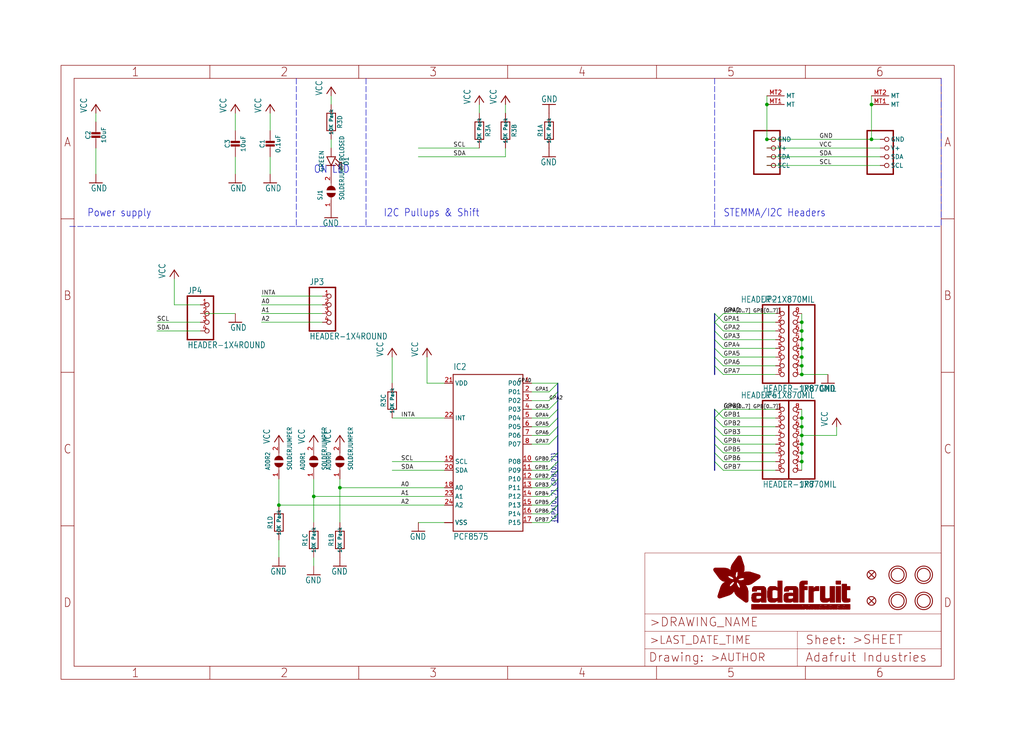
<source format=kicad_sch>
(kicad_sch (version 20211123) (generator eeschema)
  (paper "User" 298.45 217.881)
  (lib_symbols
    (symbol "eagleSchem-eagle-import:CAP_CERAMIC0603_NO"
      (property "Reference" "C" (at -2.29 1.25 90))
      (property "Value" "CAP_CERAMIC0603_NO" (at 2.3 1.25 90))
      (symbol "CAP_CERAMIC0603_NO_1_0"
        (pin passive line (at 0 5.08 270) (length 2.54) (name "1") (number "1"))
        (pin passive line (at 0 -2.54 90) (length 2.54) (name "2") (number "2"))
      )
    )
    (symbol "eagleSchem-eagle-import:CAP_CERAMIC0805-NOOUTLINE"
      (property "Reference" "C" (at -2.29 1.25 90))
      (property "Value" "CAP_CERAMIC0805-NOOUTLINE" (at 2.3 1.25 90))
      (symbol "CAP_CERAMIC0805-NOOUTLINE_1_0"
        (pin passive line (at 0 5.08 270) (length 2.54) (name "1") (number "1"))
        (pin passive line (at 0 -2.54 90) (length 2.54) (name "2") (number "2"))
      )
    )
    (symbol "eagleSchem-eagle-import:FIDUCIAL_1MM")
    (symbol "eagleSchem-eagle-import:FRAME_A4_ADAFRUIT"
      (symbol "FRAME_A4_ADAFRUIT_0_0"
        (text "1" (at 21.6958 1.905 0) (effects (font (size 2.54 2.286))))
        (text "1" (at 21.6958 177.165 0) (effects (font (size 2.54 2.286))))
        (text "2" (at 65.0875 1.905 0) (effects (font (size 2.54 2.286))))
        (text "2" (at 65.0875 177.165 0) (effects (font (size 2.54 2.286))))
        (text "3" (at 108.4792 1.905 0) (effects (font (size 2.54 2.286))))
        (text "3" (at 108.4792 177.165 0) (effects (font (size 2.54 2.286))))
        (text "4" (at 151.8708 1.905 0) (effects (font (size 2.54 2.286))))
        (text "4" (at 151.8708 177.165 0) (effects (font (size 2.54 2.286))))
        (text "5" (at 195.2625 1.905 0) (effects (font (size 2.54 2.286))))
        (text "5" (at 195.2625 177.165 0) (effects (font (size 2.54 2.286))))
        (text "6" (at 238.6542 1.905 0) (effects (font (size 2.54 2.286))))
        (text "6" (at 238.6542 177.165 0) (effects (font (size 2.54 2.286))))
        (text "A" (at 1.905 156.6863 0) (effects (font (size 2.54 2.286))))
        (text "A" (at 258.445 156.6863 0) (effects (font (size 2.54 2.286))))
        (text "B" (at 1.905 111.9188 0) (effects (font (size 2.54 2.286))))
        (text "B" (at 258.445 111.9188 0) (effects (font (size 2.54 2.286))))
        (text "C" (at 1.905 67.1513 0) (effects (font (size 2.54 2.286))))
        (text "C" (at 258.445 67.1513 0) (effects (font (size 2.54 2.286))))
        (text "D" (at 1.905 22.3838 0) (effects (font (size 2.54 2.286))))
        (text "D" (at 258.445 22.3838 0) (effects (font (size 2.54 2.286))))
      )
      (symbol "FRAME_A4_ADAFRUIT_1_0"
        (text ">AUTHOR" (at 189.23 5.08 0) (effects (font (size 2.286 2.286)) (justify left bottom)))
        (text ">DRAWING_NAME" (at 171.45 15.24 0) (effects (font (size 2.54 2.54)) (justify left bottom)))
        (text ">LAST_DATE_TIME" (at 171.45 10.16 0) (effects (font (size 2.286 2.286)) (justify left bottom)))
        (text ">SHEET" (at 230.505 10.16 0) (effects (font (size 2.54 2.54)) (justify left bottom)))
        (text "Adafruit Industries" (at 216.916 4.953 0) (effects (font (size 2.54 2.54)) (justify left bottom)))
        (text "Drawing:" (at 171.196 4.953 0) (effects (font (size 2.54 2.54)) (justify left bottom)))
        (text "Sheet:" (at 216.916 10.033 0) (effects (font (size 2.54 2.54)) (justify left bottom)))
      )
    )
    (symbol "eagleSchem-eagle-import:GND" (power)
      (property "Value" "GND" (at -2.54 -2.54 0))
      (symbol "GND_1_0"
        (pin power_in line (at 0 2.54 270) (length 2.54) (name "GND") (number "1"))
      )
    )
    (symbol "eagleSchem-eagle-import:HEADER-1X4ROUND"
      (property "Reference" "JP" (at -6.35 8.255 0))
      (property "Value" "HEADER-1X4ROUND" (at -6.35 -7.62 0))
      (symbol "HEADER-1X4ROUND_1_0"
        (pin passive inverted (at -2.54 5.08 0) (length 2.54) (name "1") (number "1"))
        (pin passive inverted (at -2.54 2.54 0) (length 2.54) (name "2") (number "2"))
        (pin passive inverted (at -2.54 0 0) (length 2.54) (name "3") (number "3"))
        (pin passive inverted (at -2.54 -2.54 0) (length 2.54) (name "4") (number "4"))
      )
    )
    (symbol "eagleSchem-eagle-import:HEADER-1X870MIL"
      (property "Reference" "JP" (at -6.35 13.335 0))
      (property "Value" "HEADER-1X870MIL" (at -6.35 -12.7 0))
      (symbol "HEADER-1X870MIL_1_0"
        (pin passive inverted (at -2.54 10.16 0) (length 2.54) (name "1") (number "1"))
        (pin passive inverted (at -2.54 7.62 0) (length 2.54) (name "2") (number "2"))
        (pin passive inverted (at -2.54 5.08 0) (length 2.54) (name "3") (number "3"))
        (pin passive inverted (at -2.54 2.54 0) (length 2.54) (name "4") (number "4"))
        (pin passive inverted (at -2.54 0 0) (length 2.54) (name "5") (number "5"))
        (pin passive inverted (at -2.54 -2.54 0) (length 2.54) (name "6") (number "6"))
        (pin passive inverted (at -2.54 -5.08 0) (length 2.54) (name "7") (number "7"))
        (pin passive inverted (at -2.54 -7.62 0) (length 2.54) (name "8") (number "8"))
      )
    )
    (symbol "eagleSchem-eagle-import:LED0603_NOOUTLINE"
      (property "Reference" "D" (at -1.27 4.445 0))
      (property "Value" "LED0603_NOOUTLINE" (at -1.27 -2.794 0))
      (symbol "LED0603_NOOUTLINE_1_0"
        (pin passive line (at -5.08 0 0) (length 2.54) (name "A") (number "A"))
        (pin passive line (at 2.54 0 180) (length 2.54) (name "C") (number "C"))
      )
    )
    (symbol "eagleSchem-eagle-import:MOUNTINGHOLE2.5")
    (symbol "eagleSchem-eagle-import:PCF8575"
      (property "Reference" "IC" (at -10.16 24.13 0))
      (property "Value" "PCF8575" (at -10.16 -25.4 0))
      (symbol "PCF8575_1_0"
        (pin bidirectional line (at 12.7 20.32 180) (length 2.54) (name "P00") (number "1"))
        (pin bidirectional line (at 12.7 -2.54 180) (length 2.54) (name "P08") (number "10"))
        (pin bidirectional line (at 12.7 -5.08 180) (length 2.54) (name "P09") (number "11"))
        (pin bidirectional line (at 12.7 -7.62 180) (length 2.54) (name "P10") (number "12"))
        (pin bidirectional line (at 12.7 -10.16 180) (length 2.54) (name "P11") (number "13"))
        (pin bidirectional line (at 12.7 -12.7 180) (length 2.54) (name "P12") (number "14"))
        (pin bidirectional line (at 12.7 -15.24 180) (length 2.54) (name "P13") (number "15"))
        (pin bidirectional line (at 12.7 -17.78 180) (length 2.54) (name "P14") (number "16"))
        (pin bidirectional line (at 12.7 -20.32 180) (length 2.54) (name "P15") (number "17"))
        (pin input line (at -12.7 -10.16 0) (length 2.54) (name "A0") (number "18"))
        (pin input line (at -12.7 -2.54 0) (length 2.54) (name "SCL") (number "19"))
        (pin bidirectional line (at 12.7 17.78 180) (length 2.54) (name "P01") (number "2"))
        (pin bidirectional line (at -12.7 -5.08 0) (length 2.54) (name "SDA") (number "20"))
        (pin power_in line (at -12.7 20.32 0) (length 2.54) (name "VDD") (number "21"))
        (pin output line (at -12.7 10.16 0) (length 2.54) (name "INT") (number "22"))
        (pin input line (at -12.7 -12.7 0) (length 2.54) (name "A1") (number "23"))
        (pin input line (at -12.7 -15.24 0) (length 2.54) (name "A2") (number "24"))
        (pin bidirectional line (at 12.7 15.24 180) (length 2.54) (name "P02") (number "3"))
        (pin bidirectional line (at 12.7 12.7 180) (length 2.54) (name "P03") (number "4"))
        (pin bidirectional line (at 12.7 10.16 180) (length 2.54) (name "P04") (number "5"))
        (pin bidirectional line (at 12.7 7.62 180) (length 2.54) (name "P05") (number "6"))
        (pin bidirectional line (at 12.7 5.08 180) (length 2.54) (name "P06") (number "7"))
        (pin bidirectional line (at 12.7 2.54 180) (length 2.54) (name "P07") (number "8"))
        (pin power_in line (at -12.7 -20.32 0) (length 2.54) (name "VSS") (number "9"))
        (pin power_in line (at -12.7 -20.32 0) (length 2.54) (name "VSS") (number "THERM"))
      )
    )
    (symbol "eagleSchem-eagle-import:RESISTOR_4PACK"
      (property "Reference" "R" (at 0 2.54 0))
      (property "Value" "RESISTOR_4PACK" (at 0 0 0))
      (symbol "RESISTOR_4PACK_1_0"
        (pin passive line (at -5.08 0 0) (length 2.54) (name "1") (number "1"))
        (pin passive line (at 5.08 0 180) (length 2.54) (name "2") (number "8"))
      )
      (symbol "RESISTOR_4PACK_2_0"
        (pin passive line (at -5.08 0 0) (length 2.54) (name "1") (number "2"))
        (pin passive line (at 5.08 0 180) (length 2.54) (name "2") (number "7"))
      )
      (symbol "RESISTOR_4PACK_3_0"
        (pin passive line (at -5.08 0 0) (length 2.54) (name "1") (number "3"))
        (pin passive line (at 5.08 0 180) (length 2.54) (name "2") (number "6"))
      )
      (symbol "RESISTOR_4PACK_4_0"
        (pin passive line (at -5.08 0 0) (length 2.54) (name "1") (number "4"))
        (pin passive line (at 5.08 0 180) (length 2.54) (name "2") (number "5"))
      )
    )
    (symbol "eagleSchem-eagle-import:SOLDERJUMPER"
      (property "Reference" "SJ" (at -2.54 2.54 0))
      (property "Value" "SOLDERJUMPER" (at -2.54 -3.81 0))
      (symbol "SOLDERJUMPER_1_0"
        (pin passive line (at -5.08 0 0) (length 2.54) (name "1") (number "1"))
        (pin passive line (at 5.08 0 180) (length 2.54) (name "2") (number "2"))
      )
    )
    (symbol "eagleSchem-eagle-import:SOLDERJUMPERCLOSED"
      (property "Reference" "SJ" (at -2.54 2.54 0))
      (property "Value" "SOLDERJUMPERCLOSED" (at -2.54 -3.81 0))
      (symbol "SOLDERJUMPERCLOSED_1_0"
        (pin passive line (at -5.08 0 0) (length 2.54) (name "1") (number "1"))
        (pin passive line (at 5.08 0 180) (length 2.54) (name "2") (number "2"))
      )
    )
    (symbol "eagleSchem-eagle-import:STEMMA_I2C_QT"
      (symbol "STEMMA_I2C_QT_1_0"
        (pin passive inverted (at 0 5.08 0) (length 2.54) (name "GND") (number "1"))
        (pin passive inverted (at 0 2.54 0) (length 2.54) (name "V+") (number "2"))
        (pin passive inverted (at 0 0 0) (length 2.54) (name "SDA") (number "3"))
        (pin passive inverted (at 0 -2.54 0) (length 2.54) (name "SCL") (number "4"))
      )
      (symbol "STEMMA_I2C_QT_2_0"
        (pin bidirectional line (at 0 0 0) (length 5.08) (name "MT") (number "MT1"))
      )
      (symbol "STEMMA_I2C_QT_3_0"
        (pin bidirectional line (at 0 0 0) (length 5.08) (name "MT") (number "MT2"))
      )
    )
    (symbol "eagleSchem-eagle-import:VCC" (power)
      (property "Value" "VCC" (at -2.54 -2.54 90))
      (symbol "VCC_1_0"
        (pin power_in line (at 0 -2.54 90) (length 2.54) (name "VCC") (number "1"))
      )
    )
  )
  (junction (at 233.68 106.68))
  (junction (at 233.68 124.46))
  (junction (at 254 30.48))
  (junction (at 233.68 101.6))
  (junction (at 223.52 30.48))
  (junction (at 81.28 147.32))
  (junction (at 233.68 129.54))
  (junction (at 223.52 40.64))
  (junction (at 233.68 96.52))
  (junction (at 233.68 127))
  (junction (at 233.68 93.98))
  (junction (at 233.68 132.08))
  (junction (at 233.68 104.14))
  (junction (at 233.68 109.22))
  (junction (at 233.68 121.92))
  (junction (at 233.68 99.06))
  (junction (at 91.44 144.78))
  (junction (at 233.68 134.62))
  (junction (at 254 40.64))
  (junction (at 99.06 142.24))
  (bus_entry (at 160.02 129.54) (size 2.54 -2.54))
  (bus_entry (at 210.82 129.54) (size -2.54 -2.54))
  (bus_entry (at 210.82 132.08) (size -2.54 -2.54))
  (bus_entry (at 210.82 104.14) (size -2.54 -2.54))
  (bus_entry (at 210.82 109.22) (size -2.54 -2.54))
  (bus_entry (at 210.82 93.98) (size -2.54 -2.54))
  (bus_entry (at 160.02 134.62) (size 2.54 -2.54))
  (bus_entry (at 210.82 96.52) (size -2.54 -2.54))
  (bus_entry (at 210.82 121.92) (size -2.54 -2.54))
  (bus_entry (at 160.02 124.46) (size 2.54 -2.54))
  (bus_entry (at 210.82 91.44) (size -2.54 2.54))
  (bus_entry (at 160.02 149.86) (size 2.54 -2.54))
  (bus_entry (at 210.82 106.68) (size -2.54 -2.54))
  (bus_entry (at 160.02 127) (size 2.54 -2.54))
  (bus_entry (at 160.02 144.78) (size 2.54 -2.54))
  (bus_entry (at 160.02 119.38) (size 2.54 -2.54))
  (bus_entry (at 160.02 114.3) (size 2.54 -2.54))
  (bus_entry (at 210.82 124.46) (size -2.54 -2.54))
  (bus_entry (at 160.02 121.92) (size 2.54 -2.54))
  (bus_entry (at 210.82 119.38) (size -2.54 2.54))
  (bus_entry (at 210.82 134.62) (size -2.54 -2.54))
  (bus_entry (at 210.82 99.06) (size -2.54 -2.54))
  (bus_entry (at 160.02 147.32) (size 2.54 -2.54))
  (bus_entry (at 210.82 127) (size -2.54 -2.54))
  (bus_entry (at 210.82 101.6) (size -2.54 -2.54))
  (bus_entry (at 210.82 137.16) (size -2.54 -2.54))
  (bus_entry (at 160.02 137.16) (size 2.54 -2.54))
  (bus_entry (at 160.02 152.4) (size 2.54 -2.54))
  (bus_entry (at 160.02 116.84) (size 2.54 -2.54))
  (bus_entry (at 160.02 142.24) (size 2.54 -2.54))
  (bus_entry (at 160.02 139.7) (size 2.54 -2.54))
  (wire (pts (xy 96.52 27.94) (xy 96.52 30.48)))
  (wire (pts (xy 154.94 121.92) (xy 160.02 121.92)))
  (bus (pts (xy 162.56 114.3) (xy 162.56 116.84)))
  (wire (pts (xy 223.52 27.94) (xy 223.52 30.48)))
  (polyline (pts (xy 106.68 66.04) (xy 208.28 66.04)))
  (bus (pts (xy 208.28 93.98) (xy 208.28 96.52)))
  (polyline (pts (xy 106.68 22.86) (xy 106.68 66.04)))
  (wire (pts (xy 27.94 33.02) (xy 27.94 35.56)))
  (wire (pts (xy 91.44 165.1) (xy 91.44 162.56)))
  (bus (pts (xy 208.28 132.08) (xy 208.28 134.62)))
  (wire (pts (xy 81.28 147.32) (xy 81.28 139.7)))
  (wire (pts (xy 78.74 45.72) (xy 78.74 50.8)))
  (wire (pts (xy 210.82 124.46) (xy 226.06 124.46)))
  (bus (pts (xy 208.28 119.38) (xy 208.28 121.92)))
  (wire (pts (xy 154.94 149.86) (xy 160.02 149.86)))
  (wire (pts (xy 58.42 93.98) (xy 45.72 93.98)))
  (wire (pts (xy 210.82 127) (xy 226.06 127)))
  (wire (pts (xy 96.52 43.18) (xy 96.52 40.64)))
  (bus (pts (xy 162.56 127) (xy 162.56 132.08)))
  (wire (pts (xy 68.58 33.02) (xy 68.58 38.1)))
  (bus (pts (xy 162.56 134.62) (xy 162.56 137.16)))
  (wire (pts (xy 129.54 144.78) (xy 91.44 144.78)))
  (bus (pts (xy 208.28 127) (xy 208.28 129.54)))
  (wire (pts (xy 154.94 134.62) (xy 160.02 134.62)))
  (wire (pts (xy 223.52 48.26) (xy 256.54 48.26)))
  (wire (pts (xy 27.94 50.8) (xy 27.94 43.18)))
  (wire (pts (xy 154.94 152.4) (xy 160.02 152.4)))
  (wire (pts (xy 223.52 43.18) (xy 256.54 43.18)))
  (wire (pts (xy 233.68 96.52) (xy 233.68 93.98)))
  (wire (pts (xy 99.06 142.24) (xy 99.06 139.7)))
  (wire (pts (xy 58.42 91.44) (xy 68.58 91.44)))
  (wire (pts (xy 210.82 101.6) (xy 226.06 101.6)))
  (bus (pts (xy 162.56 142.24) (xy 162.56 144.78)))
  (wire (pts (xy 210.82 132.08) (xy 226.06 132.08)))
  (wire (pts (xy 121.92 152.4) (xy 129.54 152.4)))
  (polyline (pts (xy 20.32 66.04) (xy 86.36 66.04)))
  (wire (pts (xy 233.68 121.92) (xy 233.68 124.46)))
  (wire (pts (xy 210.82 93.98) (xy 226.06 93.98)))
  (bus (pts (xy 208.28 91.44) (xy 208.28 93.98)))
  (wire (pts (xy 210.82 104.14) (xy 226.06 104.14)))
  (bus (pts (xy 208.28 99.06) (xy 208.28 101.6)))
  (wire (pts (xy 154.94 137.16) (xy 160.02 137.16)))
  (wire (pts (xy 91.44 144.78) (xy 91.44 152.4)))
  (wire (pts (xy 154.94 124.46) (xy 160.02 124.46)))
  (wire (pts (xy 154.94 129.54) (xy 160.02 129.54)))
  (bus (pts (xy 208.28 124.46) (xy 208.28 127)))
  (wire (pts (xy 226.06 96.52) (xy 210.82 96.52)))
  (wire (pts (xy 78.74 33.02) (xy 78.74 38.1)))
  (wire (pts (xy 124.46 111.76) (xy 124.46 104.14)))
  (wire (pts (xy 154.94 127) (xy 160.02 127)))
  (wire (pts (xy 114.3 104.14) (xy 114.3 111.76)))
  (wire (pts (xy 154.94 139.7) (xy 160.02 139.7)))
  (bus (pts (xy 162.56 132.08) (xy 162.56 134.62)))
  (wire (pts (xy 58.42 88.9) (xy 50.8 88.9)))
  (wire (pts (xy 129.54 121.92) (xy 114.3 121.92)))
  (wire (pts (xy 210.82 129.54) (xy 226.06 129.54)))
  (polyline (pts (xy 86.36 22.86) (xy 86.36 66.04)))
  (bus (pts (xy 162.56 124.46) (xy 162.56 127)))
  (wire (pts (xy 210.82 137.16) (xy 226.06 137.16)))
  (wire (pts (xy 99.06 152.4) (xy 99.06 142.24)))
  (wire (pts (xy 233.68 101.6) (xy 233.68 99.06)))
  (wire (pts (xy 147.32 43.18) (xy 147.32 45.72)))
  (bus (pts (xy 162.56 144.78) (xy 162.56 147.32)))
  (wire (pts (xy 93.98 88.9) (xy 76.2 88.9)))
  (wire (pts (xy 154.94 144.78) (xy 160.02 144.78)))
  (wire (pts (xy 210.82 134.62) (xy 226.06 134.62)))
  (wire (pts (xy 58.42 96.52) (xy 45.72 96.52)))
  (bus (pts (xy 162.56 111.76) (xy 162.56 114.3)))
  (bus (pts (xy 208.28 134.62) (xy 208.28 137.16)))
  (wire (pts (xy 233.68 99.06) (xy 233.68 96.52)))
  (wire (pts (xy 243.84 127) (xy 243.84 124.46)))
  (wire (pts (xy 256.54 45.72) (xy 223.52 45.72)))
  (wire (pts (xy 76.2 86.36) (xy 93.98 86.36)))
  (bus (pts (xy 162.56 139.7) (xy 162.56 142.24)))
  (wire (pts (xy 210.82 91.44) (xy 226.06 91.44)))
  (wire (pts (xy 254 27.94) (xy 254 30.48)))
  (wire (pts (xy 139.7 43.18) (xy 121.92 43.18)))
  (bus (pts (xy 208.28 101.6) (xy 208.28 104.14)))
  (wire (pts (xy 93.98 93.98) (xy 76.2 93.98)))
  (wire (pts (xy 154.94 114.3) (xy 160.02 114.3)))
  (bus (pts (xy 208.28 106.68) (xy 208.28 109.22)))
  (wire (pts (xy 129.54 147.32) (xy 81.28 147.32)))
  (wire (pts (xy 233.68 124.46) (xy 233.68 127)))
  (wire (pts (xy 210.82 119.38) (xy 226.06 119.38)))
  (wire (pts (xy 154.94 119.38) (xy 160.02 119.38)))
  (wire (pts (xy 233.68 134.62) (xy 233.68 137.16)))
  (wire (pts (xy 241.3 109.22) (xy 233.68 109.22)))
  (wire (pts (xy 139.7 30.48) (xy 139.7 33.02)))
  (wire (pts (xy 50.8 88.9) (xy 50.8 81.28)))
  (wire (pts (xy 81.28 162.56) (xy 81.28 157.48)))
  (wire (pts (xy 154.94 142.24) (xy 160.02 142.24)))
  (polyline (pts (xy 274.32 22.86) (xy 274.32 66.04)))
  (wire (pts (xy 210.82 99.06) (xy 226.06 99.06)))
  (wire (pts (xy 147.32 33.02) (xy 147.32 30.48)))
  (wire (pts (xy 233.68 104.14) (xy 233.68 101.6)))
  (wire (pts (xy 210.82 109.22) (xy 226.06 109.22)))
  (wire (pts (xy 233.68 106.68) (xy 233.68 104.14)))
  (wire (pts (xy 160.02 116.84) (xy 154.94 116.84)))
  (wire (pts (xy 233.68 132.08) (xy 233.68 134.62)))
  (polyline (pts (xy 86.36 66.04) (xy 106.68 66.04)))
  (wire (pts (xy 210.82 121.92) (xy 226.06 121.92)))
  (polyline (pts (xy 208.28 66.04) (xy 274.32 66.04)))
  (bus (pts (xy 208.28 104.14) (xy 208.28 106.68)))
  (bus (pts (xy 208.28 129.54) (xy 208.28 132.08)))
  (wire (pts (xy 256.54 40.64) (xy 254 40.64)))
  (wire (pts (xy 233.68 129.54) (xy 233.68 132.08)))
  (wire (pts (xy 254 40.64) (xy 223.52 40.64)))
  (wire (pts (xy 114.3 137.16) (xy 129.54 137.16)))
  (wire (pts (xy 233.68 109.22) (xy 233.68 106.68)))
  (wire (pts (xy 223.52 30.48) (xy 223.52 40.64)))
  (wire (pts (xy 233.68 127) (xy 233.68 129.54)))
  (bus (pts (xy 162.56 119.38) (xy 162.56 121.92)))
  (wire (pts (xy 233.68 119.38) (xy 233.68 121.92)))
  (wire (pts (xy 210.82 106.68) (xy 226.06 106.68)))
  (wire (pts (xy 129.54 134.62) (xy 114.3 134.62)))
  (wire (pts (xy 91.44 139.7) (xy 91.44 144.78)))
  (bus (pts (xy 162.56 116.84) (xy 162.56 119.38)))
  (bus (pts (xy 162.56 149.86) (xy 162.56 152.4)))
  (wire (pts (xy 154.94 111.76) (xy 162.56 111.76)))
  (wire (pts (xy 129.54 111.76) (xy 124.46 111.76)))
  (wire (pts (xy 129.54 142.24) (xy 99.06 142.24)))
  (bus (pts (xy 162.56 147.32) (xy 162.56 149.86)))
  (wire (pts (xy 254 30.48) (xy 254 40.64)))
  (bus (pts (xy 162.56 121.92) (xy 162.56 124.46)))
  (wire (pts (xy 233.68 127) (xy 243.84 127)))
  (wire (pts (xy 147.32 45.72) (xy 121.92 45.72)))
  (wire (pts (xy 154.94 147.32) (xy 160.02 147.32)))
  (bus (pts (xy 208.28 121.92) (xy 208.28 124.46)))
  (wire (pts (xy 233.68 93.98) (xy 233.68 91.44)))
  (wire (pts (xy 76.2 91.44) (xy 93.98 91.44)))
  (bus (pts (xy 208.28 96.52) (xy 208.28 99.06)))
  (polyline (pts (xy 208.28 22.86) (xy 208.28 66.04)))
  (wire (pts (xy 68.58 45.72) (xy 68.58 50.8)))
  (bus (pts (xy 162.56 137.16) (xy 162.56 139.7)))
  (text "Power supply" (at 25.4 63.5 180) (effects (font (size 2.1844 1.8567)) (justify left bottom)))
  (text "I2C Pullups & Shift" (at 111.76 63.5 180) (effects (font (size 2.1844 1.8567)) (justify left bottom)))
  (text "STEMMA/I2C Headers" (at 210.82 63.5 180) (effects (font (size 2.1844 1.8567)) (justify left bottom)))
  (text "ON LED" (at 91.44 50.8 180) (effects (font (size 2.1844 1.8567)) (justify left bottom)))
  (label "A1" (at 116.84 144.78 0) (effects (font (size 1.2446 1.2446))))
  (label "SDA" (at 132.08 45.72 0) (effects (font (size 1.2446 1.2446))))
  (label "GPA5" (at 160.02 124.46 180) (effects (font (size 1.016 1.016))))
  (label "VCC" (at 238.76 43.18 0) (effects (font (size 1.2446 1.2446))))
  (label "{GPA[0..7] GPB[0..7]}" (at 210.82 119.38 0) (effects (font (size 1.016 1.016))))
  (label "GPB2" (at 210.82 124.46 0) (effects (font (size 1.2446 1.2446))))
  (label "GPA1" (at 160.02 114.3 180) (effects (font (size 1.016 1.016))))
  (label "GPB0" (at 160.02 134.62 180) (effects (font (size 1.016 1.016))))
  (label "GPB6" (at 210.82 134.62 0) (effects (font (size 1.2446 1.2446))))
  (label "GPA1" (at 210.82 93.98 0) (effects (font (size 1.2446 1.2446))))
  (label "SDA" (at 238.76 45.72 0) (effects (font (size 1.2446 1.2446))))
  (label "GPB5" (at 160.02 147.32 180) (effects (font (size 1.016 1.016))))
  (label "GPA4" (at 160.02 121.92 180) (effects (font (size 1.016 1.016))))
  (label "GND" (at 238.76 40.64 0) (effects (font (size 1.2446 1.2446))))
  (label "SDA" (at 45.72 96.52 0) (effects (font (size 1.2446 1.2446))))
  (label "GPB1" (at 210.82 121.92 0) (effects (font (size 1.2446 1.2446))))
  (label "GPA5" (at 210.82 104.14 0) (effects (font (size 1.2446 1.2446))))
  (label "INTA" (at 116.84 121.92 0) (effects (font (size 1.2446 1.2446))))
  (label "GPB0" (at 210.82 119.38 0) (effects (font (size 1.2446 1.2446))))
  (label "GPB7" (at 160.02 152.4 180) (effects (font (size 1.016 1.016))))
  (label "GPB4" (at 160.02 144.78 180) (effects (font (size 1.016 1.016))))
  (label "SCL" (at 132.08 43.18 0) (effects (font (size 1.2446 1.2446))))
  (label "GPA3" (at 160.02 119.38 180) (effects (font (size 1.016 1.016))))
  (label "GPA4" (at 210.82 101.6 0) (effects (font (size 1.2446 1.2446))))
  (label "GPA3" (at 210.82 99.06 0) (effects (font (size 1.2446 1.2446))))
  (label "GPA2" (at 210.82 96.52 0) (effects (font (size 1.2446 1.2446))))
  (label "GPB2" (at 160.02 139.7 180) (effects (font (size 1.016 1.016))))
  (label "SCL" (at 238.76 48.26 0) (effects (font (size 1.2446 1.2446))))
  (label "A2" (at 116.84 147.32 0) (effects (font (size 1.2446 1.2446))))
  (label "A0" (at 76.2 88.9 0) (effects (font (size 1.2446 1.2446))))
  (label "GPA6" (at 210.82 106.68 0) (effects (font (size 1.2446 1.2446))))
  (label "INTA" (at 76.2 86.36 0) (effects (font (size 1.2446 1.2446))))
  (label "GPB3" (at 210.82 127 0) (effects (font (size 1.2446 1.2446))))
  (label "GPB3" (at 160.02 142.24 180) (effects (font (size 1.016 1.016))))
  (label "GPA0" (at 154.94 111.76 180) (effects (font (size 1.016 1.016))))
  (label "GPB6" (at 160.02 149.86 180) (effects (font (size 1.016 1.016))))
  (label "GPA7" (at 210.82 109.22 0) (effects (font (size 1.2446 1.2446))))
  (label "GPA7" (at 160.02 129.54 180) (effects (font (size 1.016 1.016))))
  (label "SDA" (at 116.84 137.16 0) (effects (font (size 1.2446 1.2446))))
  (label "GPB7" (at 210.82 137.16 0) (effects (font (size 1.2446 1.2446))))
  (label "GPB4" (at 210.82 129.54 0) (effects (font (size 1.2446 1.2446))))
  (label "A2" (at 76.2 93.98 0) (effects (font (size 1.2446 1.2446))))
  (label "GPA2" (at 160.02 116.84 0) (effects (font (size 1.016 1.016))))
  (label "SCL" (at 116.84 134.62 0) (effects (font (size 1.2446 1.2446))))
  (label "GPA0" (at 210.82 91.44 0) (effects (font (size 1.2446 1.2446))))
  (label "A0" (at 116.84 142.24 0) (effects (font (size 1.2446 1.2446))))
  (label "GPA6" (at 160.02 127 180) (effects (font (size 1.016 1.016))))
  (label "GPB1" (at 160.02 137.16 180) (effects (font (size 1.016 1.016))))
  (label "{GPA[0..7] GPB[0..7]}" (at 162.56 152.4 90) (effects (font (size 1.2446 1.2446))))
  (label "{GPA[0..7] GPB[0..7]}" (at 210.82 91.44 0) (effects (font (size 1.016 1.016))))
  (label "A1" (at 76.2 91.44 0) (effects (font (size 1.2446 1.2446))))
  (label "GPB5" (at 210.82 132.08 0) (effects (font (size 1.2446 1.2446))))
  (label "SCL" (at 45.72 93.98 0) (effects (font (size 1.2446 1.2446))))
  (symbol (lib_id "eagleSchem-eagle-import:GND") (at 121.92 154.94 0) (unit 1)
    (property "Reference" "#GND3" (effects hide))
    (property "Value" "GND" (at 119.38 157.48 0) (effects (font (size 1.778 1.5113)) (justify left bottom)))
    (property "Footprint" "eagleSchem:" (effects hide))
  )
  (symbol (lib_id "eagleSchem-eagle-import:VCC") (at 243.84 121.92 0) (unit 1)
    (property "Reference" "#P+10" (effects hide))
    (property "Value" "VCC" (at 241.3 124.46 90) (effects (font (size 1.778 1.5113)) (justify left bottom)))
    (property "Footprint" "eagleSchem:" (effects hide))
  )
  (symbol (lib_id "eagleSchem-eagle-import:STEMMA_I2C_QT") (at 223.52 45.72 0) (unit 1)
    (property "Reference" "CONN3" (effects hide))
    (property "Value" "STEMMA_I2C_QT" (effects hide))
    (property "Footprint" "eagleSchem:JST_SH4" (effects hide))
  )
  (symbol (lib_id "eagleSchem-eagle-import:VCC") (at 81.28 127 0) (unit 1)
    (property "Reference" "#P+13" (effects hide))
    (property "Value" "VCC" (at 78.74 129.54 90) (effects (font (size 1.778 1.5113)) (justify left bottom)))
    (property "Footprint" "eagleSchem:" (effects hide))
  )
  (symbol (lib_id "eagleSchem-eagle-import:CAP_CERAMIC0805-NOOUTLINE") (at 68.58 43.18 0) (unit 1)
    (property "Reference" "C3" (at 66.29 41.93 90))
    (property "Value" "10uF" (at 70.88 41.93 90))
    (property "Footprint" "eagleSchem:0805-NO" (effects hide))
  )
  (symbol (lib_id "eagleSchem-eagle-import:VCC") (at 114.3 101.6 0) (unit 1)
    (property "Reference" "#P+9" (effects hide))
    (property "Value" "VCC" (at 111.76 104.14 90) (effects (font (size 1.778 1.5113)) (justify left bottom)))
    (property "Footprint" "eagleSchem:" (effects hide))
  )
  (symbol (lib_id "eagleSchem-eagle-import:GND") (at 241.3 111.76 0) (unit 1)
    (property "Reference" "#GND9" (effects hide))
    (property "Value" "GND" (at 238.76 114.3 0) (effects (font (size 1.778 1.5113)) (justify left bottom)))
    (property "Footprint" "eagleSchem:" (effects hide))
  )
  (symbol (lib_id "eagleSchem-eagle-import:FIDUCIAL_1MM") (at 254 175.26 0) (unit 1)
    (property "Reference" "FID3" (effects hide))
    (property "Value" "FIDUCIAL_1MM" (effects hide))
    (property "Footprint" "eagleSchem:FIDUCIAL_1MM" (effects hide))
  )
  (symbol (lib_id "eagleSchem-eagle-import:MOUNTINGHOLE2.5") (at 261.62 175.26 0) (unit 1)
    (property "Reference" "U$1" (effects hide))
    (property "Value" "MOUNTINGHOLE2.5" (effects hide))
    (property "Footprint" "eagleSchem:MOUNTINGHOLE_2.5_PLATED" (effects hide))
  )
  (symbol (lib_id "eagleSchem-eagle-import:GND") (at 96.52 63.5 0) (unit 1)
    (property "Reference" "#GND6" (effects hide))
    (property "Value" "GND" (at 93.98 66.04 0) (effects (font (size 1.778 1.5113)) (justify left bottom)))
    (property "Footprint" "eagleSchem:" (effects hide))
  )
  (symbol (lib_id "eagleSchem-eagle-import:RESISTOR_4PACK") (at 114.3 116.84 90) (unit 3)
    (property "Reference" "R3" (at 111.76 116.84 0))
    (property "Value" "10K Pack" (at 114.3 116.84 0) (effects (font (size 1.016 1.016) bold)))
    (property "Footprint" "eagleSchem:RESPACK_4X0603" (effects hide))
  )
  (symbol (lib_id "eagleSchem-eagle-import:SOLDERJUMPER") (at 91.44 134.62 90) (unit 1)
    (property "Reference" "ADDR1" (at 88.9 137.16 0) (effects (font (size 1.27 1.0795)) (justify left bottom)))
    (property "Value" "SOLDERJUMPER" (at 95.25 137.16 0) (effects (font (size 1.27 1.0795)) (justify left bottom)))
    (property "Footprint" "eagleSchem:SOLDERJUMPER_ARROW_NOPASTE" (effects hide))
  )
  (symbol (lib_id "eagleSchem-eagle-import:RESISTOR_4PACK") (at 99.06 157.48 90) (unit 2)
    (property "Reference" "R1" (at 96.52 157.48 0))
    (property "Value" "10K Pack" (at 99.06 157.48 0) (effects (font (size 1.016 1.016) bold)))
    (property "Footprint" "eagleSchem:RESPACK_4X0603" (effects hide))
  )
  (symbol (lib_id "eagleSchem-eagle-import:STEMMA_I2C_QT") (at 223.52 30.48 0) (unit 2)
    (property "Reference" "CONN3" (effects hide))
    (property "Value" "STEMMA_I2C_QT" (effects hide))
    (property "Footprint" "eagleSchem:JST_SH4" (effects hide))
  )
  (symbol (lib_id "eagleSchem-eagle-import:VCC") (at 139.7 27.94 0) (unit 1)
    (property "Reference" "#P+1" (effects hide))
    (property "Value" "VCC" (at 137.16 30.48 90) (effects (font (size 1.778 1.5113)) (justify left bottom)))
    (property "Footprint" "eagleSchem:" (effects hide))
  )
  (symbol (lib_id "eagleSchem-eagle-import:RESISTOR_4PACK") (at 160.02 38.1 90) (unit 1)
    (property "Reference" "R1" (at 157.48 38.1 0))
    (property "Value" "10K Pack" (at 160.02 38.1 0) (effects (font (size 1.016 1.016) bold)))
    (property "Footprint" "eagleSchem:RESPACK_4X0603" (effects hide))
  )
  (symbol (lib_id "eagleSchem-eagle-import:VCC") (at 68.58 30.48 0) (unit 1)
    (property "Reference" "#P+5" (effects hide))
    (property "Value" "VCC" (at 66.04 33.02 90) (effects (font (size 1.778 1.5113)) (justify left bottom)))
    (property "Footprint" "eagleSchem:" (effects hide))
  )
  (symbol (lib_id "eagleSchem-eagle-import:GND") (at 68.58 53.34 0) (unit 1)
    (property "Reference" "#U$5" (effects hide))
    (property "Value" "GND" (at 67.056 55.88 0) (effects (font (size 1.778 1.5113)) (justify left bottom)))
    (property "Footprint" "eagleSchem:" (effects hide))
  )
  (symbol (lib_id "eagleSchem-eagle-import:STEMMA_I2C_QT") (at 223.52 27.94 0) (unit 3)
    (property "Reference" "CONN3" (effects hide))
    (property "Value" "STEMMA_I2C_QT" (effects hide))
    (property "Footprint" "eagleSchem:JST_SH4" (effects hide))
  )
  (symbol (lib_id "eagleSchem-eagle-import:HEADER-1X870MIL") (at 228.6 101.6 0) (unit 1)
    (property "Reference" "JP2" (at 222.25 88.265 0) (effects (font (size 1.778 1.5113)) (justify left bottom)))
    (property "Value" "HEADER-1X870MIL" (at 222.25 114.3 0) (effects (font (size 1.778 1.5113)) (justify left bottom)))
    (property "Footprint" "eagleSchem:1X08_ROUND_70" (effects hide))
  )
  (symbol (lib_id "eagleSchem-eagle-import:VCC") (at 99.06 127 0) (unit 1)
    (property "Reference" "#P+11" (effects hide))
    (property "Value" "VCC" (at 96.52 129.54 90) (effects (font (size 1.778 1.5113)) (justify left bottom)))
    (property "Footprint" "eagleSchem:" (effects hide))
  )
  (symbol (lib_id "eagleSchem-eagle-import:RESISTOR_4PACK") (at 91.44 157.48 90) (unit 3)
    (property "Reference" "R1" (at 88.9 157.48 0))
    (property "Value" "10K Pack" (at 91.44 157.48 0) (effects (font (size 1.016 1.016) bold)))
    (property "Footprint" "eagleSchem:RESPACK_4X0603" (effects hide))
  )
  (symbol (lib_id "eagleSchem-eagle-import:GND") (at 160.02 30.48 180) (unit 1)
    (property "Reference" "#GND5" (effects hide))
    (property "Value" "GND" (at 162.56 27.94 0) (effects (font (size 1.778 1.5113)) (justify left bottom)))
    (property "Footprint" "eagleSchem:" (effects hide))
  )
  (symbol (lib_id "eagleSchem-eagle-import:VCC") (at 50.8 78.74 0) (unit 1)
    (property "Reference" "#P+4" (effects hide))
    (property "Value" "VCC" (at 48.26 81.28 90) (effects (font (size 1.778 1.5113)) (justify left bottom)))
    (property "Footprint" "eagleSchem:" (effects hide))
  )
  (symbol (lib_id "eagleSchem-eagle-import:HEADER-1X870MIL") (at 231.14 127 180) (unit 1)
    (property "Reference" "JP7" (at 237.49 140.335 0) (effects (font (size 1.778 1.5113)) (justify left bottom)))
    (property "Value" "HEADER-1X870MIL" (at 237.49 114.3 0) (effects (font (size 1.778 1.5113)) (justify left bottom)))
    (property "Footprint" "eagleSchem:1X08_ROUND_70" (effects hide))
  )
  (symbol (lib_id "eagleSchem-eagle-import:GND") (at 27.94 53.34 0) (unit 1)
    (property "Reference" "#U$13" (effects hide))
    (property "Value" "GND" (at 26.416 55.88 0) (effects (font (size 1.778 1.5113)) (justify left bottom)))
    (property "Footprint" "eagleSchem:" (effects hide))
  )
  (symbol (lib_id "eagleSchem-eagle-import:RESISTOR_4PACK") (at 81.28 152.4 90) (unit 4)
    (property "Reference" "R1" (at 78.74 152.4 0))
    (property "Value" "10K Pack" (at 81.28 152.4 0) (effects (font (size 1.016 1.016) bold)))
    (property "Footprint" "eagleSchem:RESPACK_4X0603" (effects hide))
  )
  (symbol (lib_id "eagleSchem-eagle-import:RESISTOR_4PACK") (at 139.7 38.1 270) (unit 1)
    (property "Reference" "R3" (at 142.24 38.1 0))
    (property "Value" "10K Pack" (at 139.7 38.1 0) (effects (font (size 1.016 1.016) bold)))
    (property "Footprint" "eagleSchem:RESPACK_4X0603" (effects hide))
  )
  (symbol (lib_id "eagleSchem-eagle-import:VCC") (at 27.94 30.48 0) (unit 1)
    (property "Reference" "#P+3" (effects hide))
    (property "Value" "VCC" (at 25.4 33.02 90) (effects (font (size 1.778 1.5113)) (justify left bottom)))
    (property "Footprint" "eagleSchem:" (effects hide))
  )
  (symbol (lib_id "eagleSchem-eagle-import:HEADER-1X870MIL") (at 228.6 129.54 0) (unit 1)
    (property "Reference" "JP6" (at 222.25 116.205 0) (effects (font (size 1.778 1.5113)) (justify left bottom)))
    (property "Value" "HEADER-1X870MIL" (at 222.25 142.24 0) (effects (font (size 1.778 1.5113)) (justify left bottom)))
    (property "Footprint" "eagleSchem:1X08_ROUND_70" (effects hide))
  )
  (symbol (lib_id "eagleSchem-eagle-import:VCC") (at 91.44 127 0) (unit 1)
    (property "Reference" "#P+12" (effects hide))
    (property "Value" "VCC" (at 88.9 129.54 90) (effects (font (size 1.778 1.5113)) (justify left bottom)))
    (property "Footprint" "eagleSchem:" (effects hide))
  )
  (symbol (lib_id "eagleSchem-eagle-import:MOUNTINGHOLE2.5") (at 261.62 167.64 0) (unit 1)
    (property "Reference" "U$17" (effects hide))
    (property "Value" "MOUNTINGHOLE2.5" (effects hide))
    (property "Footprint" "eagleSchem:MOUNTINGHOLE_2.5_PLATED" (effects hide))
  )
  (symbol (lib_id "eagleSchem-eagle-import:GND") (at 78.74 53.34 0) (unit 1)
    (property "Reference" "#U$6" (effects hide))
    (property "Value" "GND" (at 77.216 55.88 0) (effects (font (size 1.778 1.5113)) (justify left bottom)))
    (property "Footprint" "eagleSchem:" (effects hide))
  )
  (symbol (lib_id "eagleSchem-eagle-import:MOUNTINGHOLE2.5") (at 269.24 167.64 0) (unit 1)
    (property "Reference" "U$19" (effects hide))
    (property "Value" "MOUNTINGHOLE2.5" (effects hide))
    (property "Footprint" "eagleSchem:MOUNTINGHOLE_2.5_PLATED" (effects hide))
  )
  (symbol (lib_id "eagleSchem-eagle-import:FIDUCIAL_1MM") (at 254 167.64 0) (unit 1)
    (property "Reference" "FID4" (effects hide))
    (property "Value" "FIDUCIAL_1MM" (effects hide))
    (property "Footprint" "eagleSchem:FIDUCIAL_1MM" (effects hide))
  )
  (symbol (lib_id "eagleSchem-eagle-import:STEMMA_I2C_QT") (at 254 27.94 0) (unit 3)
    (property "Reference" "CONN4" (effects hide))
    (property "Value" "STEMMA_I2C_QT" (effects hide))
    (property "Footprint" "eagleSchem:JST_SH4" (effects hide))
  )
  (symbol (lib_id "eagleSchem-eagle-import:RESISTOR_4PACK") (at 147.32 38.1 270) (unit 2)
    (property "Reference" "R3" (at 149.86 38.1 0))
    (property "Value" "10K Pack" (at 147.32 38.1 0) (effects (font (size 1.016 1.016) bold)))
    (property "Footprint" "eagleSchem:RESPACK_4X0603" (effects hide))
  )
  (symbol (lib_id "eagleSchem-eagle-import:GND") (at 160.02 45.72 0) (unit 1)
    (property "Reference" "#GND2" (effects hide))
    (property "Value" "GND" (at 157.48 48.26 0) (effects (font (size 1.778 1.5113)) (justify left bottom)))
    (property "Footprint" "eagleSchem:" (effects hide))
  )
  (symbol (lib_id "eagleSchem-eagle-import:HEADER-1X870MIL") (at 231.14 99.06 180) (unit 1)
    (property "Reference" "JP8" (at 237.49 112.395 0) (effects (font (size 1.778 1.5113)) (justify left bottom)))
    (property "Value" "HEADER-1X870MIL" (at 237.49 86.36 0) (effects (font (size 1.778 1.5113)) (justify left bottom)))
    (property "Footprint" "eagleSchem:1X08_ROUND_70" (effects hide))
  )
  (symbol (lib_id "eagleSchem-eagle-import:FRAME_A4_ADAFRUIT") (at 17.78 198.12 0) (unit 1)
    (property "Reference" "#U$18" (effects hide))
    (property "Value" "FRAME_A4_ADAFRUIT" (effects hide))
    (property "Footprint" "eagleSchem:" (effects hide))
  )
  (symbol (lib_id "eagleSchem-eagle-import:GND") (at 99.06 165.1 0) (unit 1)
    (property "Reference" "#GND7" (effects hide))
    (property "Value" "GND" (at 96.52 167.64 0) (effects (font (size 1.778 1.5113)) (justify left bottom)))
    (property "Footprint" "eagleSchem:" (effects hide))
  )
  (symbol (lib_id "eagleSchem-eagle-import:LED0603_NOOUTLINE") (at 96.52 48.26 270) (unit 1)
    (property "Reference" "D1" (at 100.965 46.99 0))
    (property "Value" "GREEN" (at 93.726 46.99 0))
    (property "Footprint" "eagleSchem:CHIPLED_0603_NOOUTLINE" (effects hide))
  )
  (symbol (lib_id "eagleSchem-eagle-import:STEMMA_I2C_QT") (at 254 30.48 0) (unit 2)
    (property "Reference" "CONN4" (effects hide))
    (property "Value" "STEMMA_I2C_QT" (effects hide))
    (property "Footprint" "eagleSchem:JST_SH4" (effects hide))
  )
  (symbol (lib_id "eagleSchem-eagle-import:CAP_CERAMIC0805-NOOUTLINE") (at 27.94 40.64 0) (unit 1)
    (property "Reference" "C2" (at 25.65 39.39 90))
    (property "Value" "10uF" (at 30.24 39.39 90))
    (property "Footprint" "eagleSchem:0805-NO" (effects hide))
  )
  (symbol (lib_id "eagleSchem-eagle-import:VCC") (at 147.32 27.94 0) (unit 1)
    (property "Reference" "#P+2" (effects hide))
    (property "Value" "VCC" (at 144.78 30.48 90) (effects (font (size 1.778 1.5113)) (justify left bottom)))
    (property "Footprint" "eagleSchem:" (effects hide))
  )
  (symbol (lib_id "eagleSchem-eagle-import:RESISTOR_4PACK") (at 96.52 35.56 270) (unit 4)
    (property "Reference" "R3" (at 99.06 35.56 0))
    (property "Value" "10K Pack" (at 96.52 35.56 0) (effects (font (size 1.016 1.016) bold)))
    (property "Footprint" "eagleSchem:RESPACK_4X0603" (effects hide))
  )
  (symbol (lib_id "eagleSchem-eagle-import:MOUNTINGHOLE2.5") (at 269.24 175.26 0) (unit 1)
    (property "Reference" "U$21" (effects hide))
    (property "Value" "MOUNTINGHOLE2.5" (effects hide))
    (property "Footprint" "eagleSchem:MOUNTINGHOLE_2.5_PLATED" (effects hide))
  )
  (symbol (lib_id "eagleSchem-eagle-import:GND") (at 81.28 165.1 0) (unit 1)
    (property "Reference" "#GND4" (effects hide))
    (property "Value" "GND" (at 78.74 167.64 0) (effects (font (size 1.778 1.5113)) (justify left bottom)))
    (property "Footprint" "eagleSchem:" (effects hide))
  )
  (symbol (lib_id "eagleSchem-eagle-import:GND") (at 91.44 167.64 0) (unit 1)
    (property "Reference" "#GND1" (effects hide))
    (property "Value" "GND" (at 88.9 170.18 0) (effects (font (size 1.778 1.5113)) (justify left bottom)))
    (property "Footprint" "eagleSchem:" (effects hide))
  )
  (symbol (lib_id "eagleSchem-eagle-import:SOLDERJUMPER") (at 99.06 134.62 90) (unit 1)
    (property "Reference" "ADDR0" (at 96.52 137.16 0) (effects (font (size 1.27 1.0795)) (justify left bottom)))
    (property "Value" "SOLDERJUMPER" (at 102.87 137.16 0) (effects (font (size 1.27 1.0795)) (justify left bottom)))
    (property "Footprint" "eagleSchem:SOLDERJUMPER_ARROW_NOPASTE" (effects hide))
  )
  (symbol (lib_id "eagleSchem-eagle-import:GND") (at 68.58 93.98 0) (unit 1)
    (property "Reference" "#U$10" (effects hide))
    (property "Value" "GND" (at 67.056 96.52 0) (effects (font (size 1.778 1.5113)) (justify left bottom)))
    (property "Footprint" "eagleSchem:" (effects hide))
  )
  (symbol (lib_id "eagleSchem-eagle-import:VCC") (at 96.52 25.4 0) (unit 1)
    (property "Reference" "#P+7" (effects hide))
    (property "Value" "VCC" (at 93.98 27.94 90) (effects (font (size 1.778 1.5113)) (justify left bottom)))
    (property "Footprint" "eagleSchem:" (effects hide))
  )
  (symbol (lib_id "eagleSchem-eagle-import:HEADER-1X4ROUND") (at 60.96 93.98 0) (unit 1)
    (property "Reference" "JP4" (at 54.61 85.725 0) (effects (font (size 1.778 1.5113)) (justify left bottom)))
    (property "Value" "HEADER-1X4ROUND" (at 54.61 101.6 0) (effects (font (size 1.778 1.5113)) (justify left bottom)))
    (property "Footprint" "eagleSchem:1X04_ROUND" (effects hide))
  )
  (symbol (lib_id "eagleSchem-eagle-import:SOLDERJUMPER") (at 81.28 134.62 90) (unit 1)
    (property "Reference" "ADDR2" (at 78.74 137.16 0) (effects (font (size 1.27 1.0795)) (justify left bottom)))
    (property "Value" "SOLDERJUMPER" (at 85.09 137.16 0) (effects (font (size 1.27 1.0795)) (justify left bottom)))
    (property "Footprint" "eagleSchem:SOLDERJUMPER_ARROW_NOPASTE" (effects hide))
  )
  (symbol (lib_id "eagleSchem-eagle-import:VCC") (at 78.74 30.48 0) (unit 1)
    (property "Reference" "#P+6" (effects hide))
    (property "Value" "VCC" (at 76.2 33.02 90) (effects (font (size 1.778 1.5113)) (justify left bottom)))
    (property "Footprint" "eagleSchem:" (effects hide))
  )
  (symbol (lib_id "eagleSchem-eagle-import:HEADER-1X4ROUND") (at 96.52 91.44 0) (unit 1)
    (property "Reference" "JP3" (at 90.17 83.185 0) (effects (font (size 1.778 1.5113)) (justify left bottom)))
    (property "Value" "HEADER-1X4ROUND" (at 90.17 99.06 0) (effects (font (size 1.778 1.5113)) (justify left bottom)))
    (property "Footprint" "eagleSchem:1X04_ROUND" (effects hide))
  )
  (symbol (lib_id "eagleSchem-eagle-import:SOLDERJUMPERCLOSED") (at 96.52 55.88 90) (unit 1)
    (property "Reference" "SJ1" (at 93.98 58.42 0) (effects (font (size 1.27 1.0795)) (justify left bottom)))
    (property "Value" "SOLDERJUMPERCLOSED" (at 100.33 58.42 0) (effects (font (size 1.27 1.0795)) (justify left bottom)))
    (property "Footprint" "eagleSchem:SOLDERJUMPER_CLOSEDWIRE" (effects hide))
  )
  (symbol (lib_id "eagleSchem-eagle-import:STEMMA_I2C_QT") (at 256.54 45.72 0) (unit 1)
    (property "Reference" "CONN4" (effects hide))
    (property "Value" "STEMMA_I2C_QT" (effects hide))
    (property "Footprint" "eagleSchem:JST_SH4" (effects hide))
  )
  (symbol (lib_id "eagleSchem-eagle-import:CAP_CERAMIC0603_NO") (at 78.74 43.18 0) (unit 1)
    (property "Reference" "C1" (at 76.45 41.93 90))
    (property "Value" "0.1uF" (at 81.04 41.93 90))
    (property "Footprint" "eagleSchem:0603-NO" (effects hide))
  )
  (symbol (lib_id "eagleSchem-eagle-import:PCF8575") (at 142.24 132.08 0) (unit 1)
    (property "Reference" "IC2" (at 132.08 107.95 0) (effects (font (size 1.778 1.5113)) (justify left bottom)))
    (property "Value" "PCF8575" (at 132.08 157.48 0) (effects (font (size 1.778 1.5113)) (justify left bottom)))
    (property "Footprint" "eagleSchem:QFN24_4MM_SMSC" (effects hide))
  )
  (symbol (lib_id "eagleSchem-eagle-import:VCC") (at 124.46 101.6 0) (unit 1)
    (property "Reference" "#P+8" (effects hide))
    (property "Value" "VCC" (at 121.92 104.14 90) (effects (font (size 1.778 1.5113)) (justify left bottom)))
    (property "Footprint" "eagleSchem:" (effects hide))
  )
)
</source>
